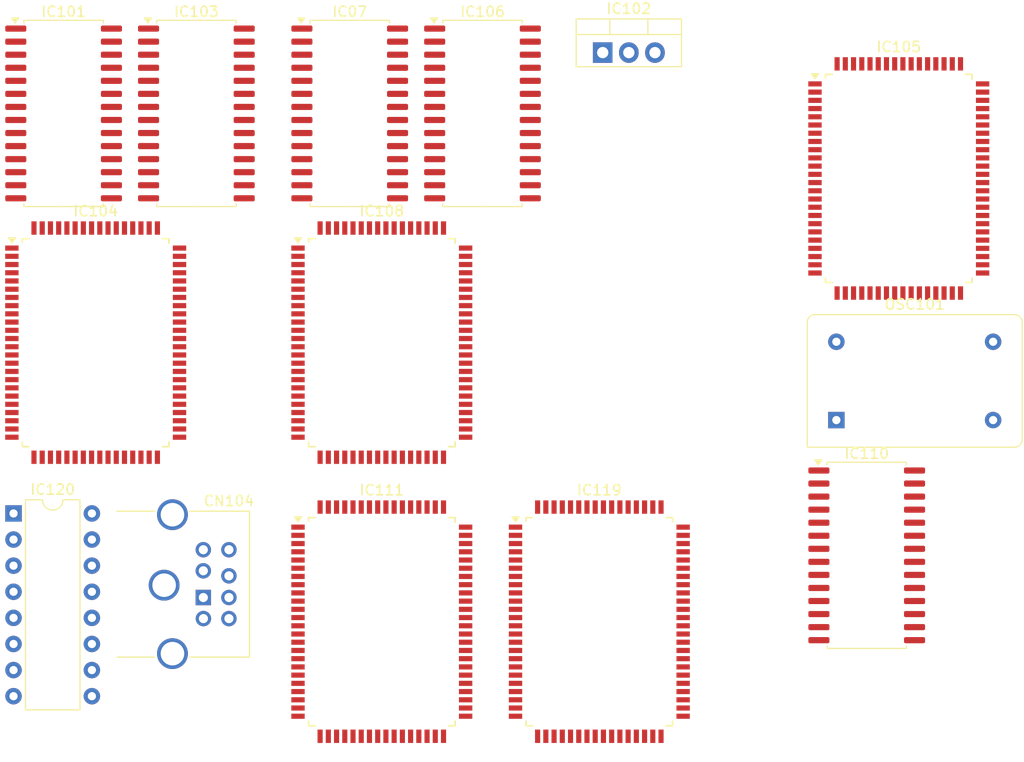
<source format=kicad_pcb>
(kicad_pcb (version 20240108) (generator "pcbnew") (generator_version "8.0")
  (layers (0 "F.Cu" signal) (31 "B.Cu" signal) (34 "B.Paste" user) (35 "F.Paste" user) (36 "B.SilkS" user "B.Silkscreen") (37 "F.SilkS" user "F.Silkscreen") (38 "B.Mask" user) (39 "F.Mask" user) (44 "Edge.Cuts" user))
  (net 0 "")
  (net 1 "/CPU_A0")
  (net 2 "Net-(CN104-Pad7)")
  (net 3 "Net-(CN104-Pad3)")
  (net 4 "GND")
  (net 5 "Net-(CN104-Pad6)")
  (net 6 "Net-(CN104-Pad5)")
  (net 7 "Net-(CN104-Pad4)")
  (net 8 "Net-(CN104-Pad8)")
  (net 9 "Net-(CN104-Pad2)")
  (net 10 "/~{VPC_RD}")
  (net 11 "+5V")
  (net 12 "/CPU_A3")
  (net 13 "/CPU_A1")
  (net 14 "Net-(CN104-Pad1)")
  (net 15 "/VDC2/MA2")
  (net 16 "/VDC2/MA10")
  (net 17 "/VDC2/MD4")
  (net 18 "/CPU_D2")
  (net 19 "/VDC2/MA6")
  (net 20 "/CPU_SYNC")
  (net 21 "/~{CPU_WR}")
  (net 22 "Net-(IC07-~{OE})")
  (net 23 "Net-(IC07-~{CS})")
  (net 24 "/CPU_A4")
  (net 25 "/~{RST}")
  (net 26 "/VDC2/MA0")
  (net 27 "/VDC2/MD2")
  (net 28 "/VDC2/MA9")
  (net 30 "/VDC2/MA14")
  (net 31 "/~{CPU_RD}")
  (net 32 "/VDC2/MD6")
  (net 33 "/~{VCE_CS}")
  (net 34 "/VDC2/MA7")
  (net 35 "/VDC2/MD3")
  (net 36 "/VDC2/MD1")
  (net 37 "/VDC2/MD0")
  (net 38 "/VDC2/MA1")
  (net 39 "/VDC2/MA5")
  (net 40 "Net-(IC105-MODE)")
  (net 41 "Net-(IC07-~{WE})")
  (net 42 "/VDC2/MA11")
  (net 43 "/CPU_D4")
  (net 44 "/VDC2/MD5")
  (net 45 "/~{VPC_WR}")
  (net 46 "/~{CPU_VCE_CS}")
  (net 47 "/VDC2/MA4")
  (net 48 "/VDC2/MA8")
  (net 49 "/CPU_A2")
  (net 50 "/VDC2/MA13")
  (net 51 "/VDC2/MA3")
  (net 53 "/VDC2/MA12")
  (net 54 "/VDC2/MD7")
  (net 55 "/CPU_D5")
  (net 56 "/~{CPU_VCD_CS}")
  (net 57 "/CPU_D3")
  (net 58 "/CPU_D6")
  (net 59 "/VDC1/MA11")
  (net 61 "/VDC1/MD14")
  (net 62 "/VDC1/MA12")
  (net 63 "/VDC1/MA13")
  (net 64 "/VDC1/MA5")
  (net 65 "/VDC1/MA14")
  (net 66 "/CPU_D1")
  (net 67 "/CPU_D7")
  (net 68 "Net-(IC101-~{WE})")
  (net 69 "/VDC1/MA3")
  (net 70 "/CPU_D0")
  (net 71 "/CPU_A5")
  (net 72 "/CPU_A7")
  (net 73 "Net-(IC101-~{CS})")
  (net 74 "/CPU_A14")
  (net 75 "/CPU_A12")
  (net 76 "/CPU_A10")
  (net 77 "/CPU_A9")
  (net 78 "/CPU_A6")
  (net 79 "/CPU_A11")
  (net 80 "/CPU_A8")
  (net 81 "/CPU_A13")
  (net 82 "/VDC1/MA7")
  (net 83 "/VDC1/MA10")
  (net 84 "Net-(IC101-~{OE})")
  (net 85 "/VDC1/MA8")
  (net 86 "/VDC1/MD8")
  (net 87 "/VDC1/MA9")
  (net 88 "/VDC1/MD13")
  (net 89 "/VDC1/MA2")
  (net 90 "/VDC1/MD12")
  (net 91 "/VDC1/MA1")
  (net 92 "/VDC1/MD15")
  (net 93 "/VDC1/MD9")
  (net 94 "/VDC1/MD11")
  (net 95 "/VDC1/MA6")
  (net 96 "/VDC1/MD10")
  (net 97 "/VDC1/MA0")
  (net 98 "/VDC1/MA4")
  (net 99 "Net-(IC102-VI)")
  (net 100 "/VDC1/MD4")
  (net 101 "/VDC1/MD0")
  (net 102 "/VDC1/MD1")
  (net 103 "/VDC1/MD3")
  (net 104 "/VDC1/MD5")
  (net 105 "/VDC1/MD6")
  (net 106 "/VDC1/MD2")
  (net 107 "/VDC1/MD7")
  (net 109 "/VDC1/V1D2")
  (net 110 "/VPC_D5")
  (net 111 "/VDC1/V1D7")
  (net 112 "/VDC1/V1D0")
  (net 113 "/VPC_D0")
  (net 115 "/DOTCK")
  (net 116 "/VDC1/V1D5")
  (net 117 "/~{IRQ1}")
  (net 119 "/VPC_D6")
  (net 120 "/~{VDC1_CS}")
  (net 121 "Net-(OSC101-Vcc)")
  (net 123 "Net-(OSC101-OUT)")
  (net 124 "/RDY")
  (net 126 "/VPC_A0")
  (net 127 "/VDC1/V1D4")
  (net 128 "/VDC1/V1D3")
  (net 129 "/VSYNC")
  (net 132 "/VPC_D7")
  (net 133 "/HSYNC")
  (net 135 "/VDC1/V1D6")
  (net 136 "/VPC_D2")
  (net 138 "/VPC_D1")
  (net 139 "/VPC_D4")
  (net 140 "/VDC1/V1D1")
  (net 141 "/VPC_D3")
  (net 143 "/VDC1/V1D8")
  (net 144 "/VPC_A1")
  (net 145 "/VDC2/V2D1")
  (net 146 "/VCE, VIDEO & AUDIO AMPLIFICATION/VD6")
  (net 147 "/VDC2/V2D8")
  (net 148 "/VDC2/V2D6")
  (net 149 "/VCE, VIDEO & AUDIO AMPLIFICATION/VD7")
  (net 150 "/VCE, VIDEO & AUDIO AMPLIFICATION/VD0")
  (net 151 "/~{VDC2_CS}")
  (net 152 "/VCE, VIDEO & AUDIO AMPLIFICATION/VD1")
  (net 153 "/VDC2/V2D5")
  (net 154 "/VPC_A2")
  (net 155 "/VDC2/V2D4")
  (net 156 "/VDC2/V2D0")
  (net 157 "/VDC2/V2D7")
  (net 158 "/VDC2/V2D2")
  (net 159 "/VCE, VIDEO & AUDIO AMPLIFICATION/VD8")
  (net 160 "/VCE, VIDEO & AUDIO AMPLIFICATION/VD3")
  (net 161 "/VCE, VIDEO & AUDIO AMPLIFICATION/VD2")
  (net 162 "/VCE, VIDEO & AUDIO AMPLIFICATION/VD5")
  (net 163 "/VCE, VIDEO & AUDIO AMPLIFICATION/VD4")
  (net 164 "/VDC2/V2D3")
  (net 165 "/VDC2/MD11")
  (net 166 "/VDC2/MD8")
  (net 167 "/VDC2/MD13")
  (net 168 "/VDC2/MD12")
  (net 169 "/VDC2/MD10")
  (net 170 "/VDC2/MD14")
  (net 171 "/VDC2/MD9")
  (net 172 "/VDC2/MD15")
  (net 182 "/~{RAM_CS}")
  (net 184 "/CPU_A19")
  (net 185 "/CPU_A18")
  (net 186 "/POWER & OSCILLATOR/CPU_CLK")
  (net 187 "/K1")
  (net 188 "/LOUT")
  (net 190 "/AGND")
  (net 194 "/K2")
  (net 195 "/CPU_A16")
  (net 196 "/XB")
  (net 198 "/O3")
  (net 199 "/K0")
  (net 200 "/CPU_A15")
  (net 202 "/~{NMI}")
  (net 203 "/O5")
  (net 204 "/O0")
  (net 205 "/O6")
  (net 206 "/~{IRQ2}")
  (net 207 "/HSM")
  (net 208 "/CPU_A20")
  (net 210 "/O4")
  (net 211 "/O7")
  (net 213 "/K3")
  (net 214 "/ROUT")
  (net 215 "/CPU_A17")
  (net 216 "/O1")
  (net 217 "/O2")
  (net 219 "Net-(IC119-Y)")
  (net 222 "Net-(IC119-R-Y-)")
  (net 223 "Net-(IC119-B-Y-)")
  (net 224 "Net-(IC119-YC)")
  (net 225 "Net-(CN102E-CESEL)")
  (net 226 "Net-(IC119-RGB-)")
  (net 227 "/VCE, VIDEO & AUDIO AMPLIFICATION/CSYNC")
  (net 229 "Net-(IC119-B-YC)")
  (net 231 "Net-(IC119-BRTC)")
  (net 232 "/VCE, VIDEO & AUDIO AMPLIFICATION/VIDEOR")
  (net 233 "/VCE, VIDEO & AUDIO AMPLIFICATION/VIDEOG")
  (net 234 "Net-(IC119-R-Y)")
  (net 235 "Net-(IC119-B-Y)")
  (net 236 "Net-(IC119-R-YC)")
  (net 237 "/POWER & OSCILLATOR/VCE_CLK")
  (net 238 "Net-(IC119-BRT-)")
  (net 239 "Net-(IC119-Y-)")
  (net 240 "Net-(IC119-BURS)")
  (net 241 "/VCE, VIDEO & AUDIO AMPLIFICATION/VIDEOB")
  (net 242 "Net-(IC120-I1c)")
  (net 243 "Net-(IC120-I1b)")
  (net 244 "Net-(IC120-I0c)")
  (net 245 "Net-(IC120-I1a)")
  (net 246 "Net-(IC120-I0d)")
  (net 247 "Net-(IC120-I1d)")
  (net 248 "/JOYPAD & CONTROLLER EXPANSION PORT/~{EXP_DETECT}")
  (net 249 "Net-(IC120-I0a)")
  (net 250 "Net-(IC120-I0b)")
  (footprint "SNES:1658998-1" (layer "F.Cu") (at 65.735 109.35)
    (property "Reference" "CN104")
    (property "Value" "Mini-DIN-8")
  )
  (footprint "Package_SO:SOIC-28W_7.5x17.9mm_P1.27mm" (layer "F.Cu") (at 60.66 63.55)
    (property "Reference" "IC101")
    (property "Value" "HSRM20256LM")
  )
  (footprint "Package_QFP:PQFP-80_14x20mm_P0.8mm" (layer "F.Cu") (at 91.6 85.85)
    (property "Reference" "IC108")
    (property "Value" "HuC6270")
  )
  (footprint "Package_QFP:PQFP-80_14x20mm_P0.8mm" (layer "F.Cu") (at 91.6 113)
    (property "Reference" "IC111")
    (property "Value" "HuC6280")
  )
  (footprint "Package_SO:SOIC-28W_7.5x17.9mm_P1.27mm" (layer "F.Cu") (at 101.39 63.55)
    (property "Reference" "IC106")
    (property "Value" "HSRM20256LM")
  )
  (footprint "Package_QFP:PQFP-80_14x20mm_P0.8mm" (layer "F.Cu") (at 63.78 85.85)
    (property "Reference" "IC104")
    (property "Value" "HuC6270")
  )
  (footprint "Package_QFP:PQFP-80_14x20mm_P0.8mm" (layer "F.Cu") (at 141.87 69.875)
    (property "Reference" "IC105")
    (property "Value" "HuC6202")
  )
  (footprint "Package_SO:SOIC-28W_7.5x17.9mm_P1.27mm" (layer "F.Cu") (at 73.57 63.55)
    (property "Reference" "IC103")
    (property "Value" "HSRM20256LM")
  )
  (footprint "Package_TO_SOT_THT:TO-220-3_Vertical" (layer "F.Cu") (at 113.08 57.63)
    (property "Reference" "IC102")
    (property "Value" "LM7805_TO220")
  )
  (footprint "Oscillator:Oscillator_DIP-14" (layer "F.Cu") (at 135.8 93.385)
    (property "Reference" "OSC101")
    (property "Value" "VX-8232")
  )
  (footprint "Package_SO:SOIC-28W_7.5x17.9mm_P1.27mm" (layer "F.Cu") (at 138.75 106.545)
    (property "Reference" "IC110")
    (property "Value" "HSRM20256LM")
  )
  (footprint "Package_DIP:CERDIP-16_W7.62mm_SideBrazed" (layer "F.Cu") (at 55.79 102.47)
    (property "Reference" "IC120")
    (property "Value" "MC74HC157N")
  )
  (footprint "Package_QFP:PQFP-80_14x20mm_P0.8mm" (layer "F.Cu") (at 112.75 113)
    (property "Reference" "IC119")
    (property "Value" "HuC6260")
  )
  (footprint "Package_SO:SOIC-28W_7.5x17.9mm_P1.27mm" (layer "F.Cu") (at 88.48 63.55)
    (property "Reference" "IC07")
    (property "Value" "HSRM20256LM")
  )
)
</source>
